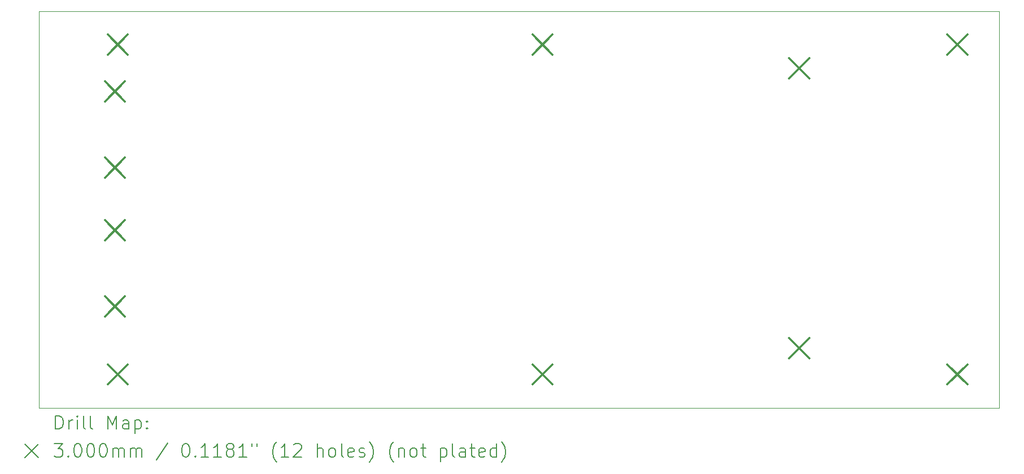
<source format=gbr>
%FSLAX45Y45*%
G04 Gerber Fmt 4.5, Leading zero omitted, Abs format (unit mm)*
G04 Created by KiCad (PCBNEW (6.0.4)) date 2022-06-20 19:16:07*
%MOMM*%
%LPD*%
G01*
G04 APERTURE LIST*
%TA.AperFunction,Profile*%
%ADD10C,0.100000*%
%TD*%
%ADD11C,0.200000*%
%ADD12C,0.300000*%
G04 APERTURE END LIST*
D10*
X20320000Y-12311350D02*
X5923280Y-12311350D01*
X5923280Y-6363950D01*
X20320000Y-6363950D01*
X20320000Y-12311350D01*
D11*
D12*
X6913589Y-9494880D02*
X7213589Y-9794880D01*
X7213589Y-9494880D02*
X6913589Y-9794880D01*
X6913589Y-10637880D02*
X7213589Y-10937880D01*
X7213589Y-10637880D02*
X6913589Y-10937880D01*
X6916289Y-7411580D02*
X7216289Y-7711580D01*
X7216289Y-7411580D02*
X6916289Y-7711580D01*
X6916289Y-8554580D02*
X7216289Y-8854580D01*
X7216289Y-8554580D02*
X6916289Y-8854580D01*
X6960000Y-6708000D02*
X7260000Y-7008000D01*
X7260000Y-6708000D02*
X6960000Y-7008000D01*
X6960000Y-11660000D02*
X7260000Y-11960000D01*
X7260000Y-11660000D02*
X6960000Y-11960000D01*
X13324700Y-6708000D02*
X13624700Y-7008000D01*
X13624700Y-6708000D02*
X13324700Y-7008000D01*
X13324700Y-11660000D02*
X13624700Y-11960000D01*
X13624700Y-11660000D02*
X13324700Y-11960000D01*
X17172800Y-7063600D02*
X17472800Y-7363600D01*
X17472800Y-7063600D02*
X17172800Y-7363600D01*
X17172800Y-11263600D02*
X17472800Y-11563600D01*
X17472800Y-11263600D02*
X17172800Y-11563600D01*
X19544450Y-6708000D02*
X19844450Y-7008000D01*
X19844450Y-6708000D02*
X19544450Y-7008000D01*
X19544450Y-11660000D02*
X19844450Y-11960000D01*
X19844450Y-11660000D02*
X19544450Y-11960000D01*
D11*
X6175899Y-12626826D02*
X6175899Y-12426826D01*
X6223518Y-12426826D01*
X6252089Y-12436350D01*
X6271137Y-12455397D01*
X6280661Y-12474445D01*
X6290185Y-12512540D01*
X6290185Y-12541112D01*
X6280661Y-12579207D01*
X6271137Y-12598255D01*
X6252089Y-12617302D01*
X6223518Y-12626826D01*
X6175899Y-12626826D01*
X6375899Y-12626826D02*
X6375899Y-12493493D01*
X6375899Y-12531588D02*
X6385423Y-12512540D01*
X6394947Y-12503016D01*
X6413994Y-12493493D01*
X6433042Y-12493493D01*
X6499708Y-12626826D02*
X6499708Y-12493493D01*
X6499708Y-12426826D02*
X6490185Y-12436350D01*
X6499708Y-12445874D01*
X6509232Y-12436350D01*
X6499708Y-12426826D01*
X6499708Y-12445874D01*
X6623518Y-12626826D02*
X6604470Y-12617302D01*
X6594947Y-12598255D01*
X6594947Y-12426826D01*
X6728280Y-12626826D02*
X6709232Y-12617302D01*
X6699708Y-12598255D01*
X6699708Y-12426826D01*
X6956851Y-12626826D02*
X6956851Y-12426826D01*
X7023518Y-12569683D01*
X7090185Y-12426826D01*
X7090185Y-12626826D01*
X7271137Y-12626826D02*
X7271137Y-12522064D01*
X7261613Y-12503016D01*
X7242566Y-12493493D01*
X7204470Y-12493493D01*
X7185423Y-12503016D01*
X7271137Y-12617302D02*
X7252089Y-12626826D01*
X7204470Y-12626826D01*
X7185423Y-12617302D01*
X7175899Y-12598255D01*
X7175899Y-12579207D01*
X7185423Y-12560159D01*
X7204470Y-12550636D01*
X7252089Y-12550636D01*
X7271137Y-12541112D01*
X7366375Y-12493493D02*
X7366375Y-12693493D01*
X7366375Y-12503016D02*
X7385423Y-12493493D01*
X7423518Y-12493493D01*
X7442566Y-12503016D01*
X7452089Y-12512540D01*
X7461613Y-12531588D01*
X7461613Y-12588731D01*
X7452089Y-12607778D01*
X7442566Y-12617302D01*
X7423518Y-12626826D01*
X7385423Y-12626826D01*
X7366375Y-12617302D01*
X7547328Y-12607778D02*
X7556851Y-12617302D01*
X7547328Y-12626826D01*
X7537804Y-12617302D01*
X7547328Y-12607778D01*
X7547328Y-12626826D01*
X7547328Y-12503016D02*
X7556851Y-12512540D01*
X7547328Y-12522064D01*
X7537804Y-12512540D01*
X7547328Y-12503016D01*
X7547328Y-12522064D01*
X5718280Y-12856350D02*
X5918280Y-13056350D01*
X5918280Y-12856350D02*
X5718280Y-13056350D01*
X6156851Y-12846826D02*
X6280661Y-12846826D01*
X6213994Y-12923016D01*
X6242566Y-12923016D01*
X6261613Y-12932540D01*
X6271137Y-12942064D01*
X6280661Y-12961112D01*
X6280661Y-13008731D01*
X6271137Y-13027778D01*
X6261613Y-13037302D01*
X6242566Y-13046826D01*
X6185423Y-13046826D01*
X6166375Y-13037302D01*
X6156851Y-13027778D01*
X6366375Y-13027778D02*
X6375899Y-13037302D01*
X6366375Y-13046826D01*
X6356851Y-13037302D01*
X6366375Y-13027778D01*
X6366375Y-13046826D01*
X6499708Y-12846826D02*
X6518756Y-12846826D01*
X6537804Y-12856350D01*
X6547328Y-12865874D01*
X6556851Y-12884921D01*
X6566375Y-12923016D01*
X6566375Y-12970636D01*
X6556851Y-13008731D01*
X6547328Y-13027778D01*
X6537804Y-13037302D01*
X6518756Y-13046826D01*
X6499708Y-13046826D01*
X6480661Y-13037302D01*
X6471137Y-13027778D01*
X6461613Y-13008731D01*
X6452089Y-12970636D01*
X6452089Y-12923016D01*
X6461613Y-12884921D01*
X6471137Y-12865874D01*
X6480661Y-12856350D01*
X6499708Y-12846826D01*
X6690185Y-12846826D02*
X6709232Y-12846826D01*
X6728280Y-12856350D01*
X6737804Y-12865874D01*
X6747328Y-12884921D01*
X6756851Y-12923016D01*
X6756851Y-12970636D01*
X6747328Y-13008731D01*
X6737804Y-13027778D01*
X6728280Y-13037302D01*
X6709232Y-13046826D01*
X6690185Y-13046826D01*
X6671137Y-13037302D01*
X6661613Y-13027778D01*
X6652089Y-13008731D01*
X6642566Y-12970636D01*
X6642566Y-12923016D01*
X6652089Y-12884921D01*
X6661613Y-12865874D01*
X6671137Y-12856350D01*
X6690185Y-12846826D01*
X6880661Y-12846826D02*
X6899708Y-12846826D01*
X6918756Y-12856350D01*
X6928280Y-12865874D01*
X6937804Y-12884921D01*
X6947328Y-12923016D01*
X6947328Y-12970636D01*
X6937804Y-13008731D01*
X6928280Y-13027778D01*
X6918756Y-13037302D01*
X6899708Y-13046826D01*
X6880661Y-13046826D01*
X6861613Y-13037302D01*
X6852089Y-13027778D01*
X6842566Y-13008731D01*
X6833042Y-12970636D01*
X6833042Y-12923016D01*
X6842566Y-12884921D01*
X6852089Y-12865874D01*
X6861613Y-12856350D01*
X6880661Y-12846826D01*
X7033042Y-13046826D02*
X7033042Y-12913493D01*
X7033042Y-12932540D02*
X7042566Y-12923016D01*
X7061613Y-12913493D01*
X7090185Y-12913493D01*
X7109232Y-12923016D01*
X7118756Y-12942064D01*
X7118756Y-13046826D01*
X7118756Y-12942064D02*
X7128280Y-12923016D01*
X7147328Y-12913493D01*
X7175899Y-12913493D01*
X7194947Y-12923016D01*
X7204470Y-12942064D01*
X7204470Y-13046826D01*
X7299708Y-13046826D02*
X7299708Y-12913493D01*
X7299708Y-12932540D02*
X7309232Y-12923016D01*
X7328280Y-12913493D01*
X7356851Y-12913493D01*
X7375899Y-12923016D01*
X7385423Y-12942064D01*
X7385423Y-13046826D01*
X7385423Y-12942064D02*
X7394947Y-12923016D01*
X7413994Y-12913493D01*
X7442566Y-12913493D01*
X7461613Y-12923016D01*
X7471137Y-12942064D01*
X7471137Y-13046826D01*
X7861613Y-12837302D02*
X7690185Y-13094445D01*
X8118756Y-12846826D02*
X8137804Y-12846826D01*
X8156851Y-12856350D01*
X8166375Y-12865874D01*
X8175899Y-12884921D01*
X8185423Y-12923016D01*
X8185423Y-12970636D01*
X8175899Y-13008731D01*
X8166375Y-13027778D01*
X8156851Y-13037302D01*
X8137804Y-13046826D01*
X8118756Y-13046826D01*
X8099708Y-13037302D01*
X8090185Y-13027778D01*
X8080661Y-13008731D01*
X8071137Y-12970636D01*
X8071137Y-12923016D01*
X8080661Y-12884921D01*
X8090185Y-12865874D01*
X8099708Y-12856350D01*
X8118756Y-12846826D01*
X8271137Y-13027778D02*
X8280661Y-13037302D01*
X8271137Y-13046826D01*
X8261613Y-13037302D01*
X8271137Y-13027778D01*
X8271137Y-13046826D01*
X8471137Y-13046826D02*
X8356851Y-13046826D01*
X8413994Y-13046826D02*
X8413994Y-12846826D01*
X8394947Y-12875397D01*
X8375899Y-12894445D01*
X8356851Y-12903969D01*
X8661613Y-13046826D02*
X8547328Y-13046826D01*
X8604470Y-13046826D02*
X8604470Y-12846826D01*
X8585423Y-12875397D01*
X8566375Y-12894445D01*
X8547328Y-12903969D01*
X8775899Y-12932540D02*
X8756851Y-12923016D01*
X8747328Y-12913493D01*
X8737804Y-12894445D01*
X8737804Y-12884921D01*
X8747328Y-12865874D01*
X8756851Y-12856350D01*
X8775899Y-12846826D01*
X8813994Y-12846826D01*
X8833042Y-12856350D01*
X8842566Y-12865874D01*
X8852090Y-12884921D01*
X8852090Y-12894445D01*
X8842566Y-12913493D01*
X8833042Y-12923016D01*
X8813994Y-12932540D01*
X8775899Y-12932540D01*
X8756851Y-12942064D01*
X8747328Y-12951588D01*
X8737804Y-12970636D01*
X8737804Y-13008731D01*
X8747328Y-13027778D01*
X8756851Y-13037302D01*
X8775899Y-13046826D01*
X8813994Y-13046826D01*
X8833042Y-13037302D01*
X8842566Y-13027778D01*
X8852090Y-13008731D01*
X8852090Y-12970636D01*
X8842566Y-12951588D01*
X8833042Y-12942064D01*
X8813994Y-12932540D01*
X9042566Y-13046826D02*
X8928280Y-13046826D01*
X8985423Y-13046826D02*
X8985423Y-12846826D01*
X8966375Y-12875397D01*
X8947328Y-12894445D01*
X8928280Y-12903969D01*
X9118756Y-12846826D02*
X9118756Y-12884921D01*
X9194947Y-12846826D02*
X9194947Y-12884921D01*
X9490185Y-13123016D02*
X9480661Y-13113493D01*
X9461613Y-13084921D01*
X9452090Y-13065874D01*
X9442566Y-13037302D01*
X9433042Y-12989683D01*
X9433042Y-12951588D01*
X9442566Y-12903969D01*
X9452090Y-12875397D01*
X9461613Y-12856350D01*
X9480661Y-12827778D01*
X9490185Y-12818255D01*
X9671137Y-13046826D02*
X9556851Y-13046826D01*
X9613994Y-13046826D02*
X9613994Y-12846826D01*
X9594947Y-12875397D01*
X9575899Y-12894445D01*
X9556851Y-12903969D01*
X9747328Y-12865874D02*
X9756851Y-12856350D01*
X9775899Y-12846826D01*
X9823518Y-12846826D01*
X9842566Y-12856350D01*
X9852090Y-12865874D01*
X9861613Y-12884921D01*
X9861613Y-12903969D01*
X9852090Y-12932540D01*
X9737804Y-13046826D01*
X9861613Y-13046826D01*
X10099709Y-13046826D02*
X10099709Y-12846826D01*
X10185423Y-13046826D02*
X10185423Y-12942064D01*
X10175899Y-12923016D01*
X10156851Y-12913493D01*
X10128280Y-12913493D01*
X10109232Y-12923016D01*
X10099709Y-12932540D01*
X10309232Y-13046826D02*
X10290185Y-13037302D01*
X10280661Y-13027778D01*
X10271137Y-13008731D01*
X10271137Y-12951588D01*
X10280661Y-12932540D01*
X10290185Y-12923016D01*
X10309232Y-12913493D01*
X10337804Y-12913493D01*
X10356851Y-12923016D01*
X10366375Y-12932540D01*
X10375899Y-12951588D01*
X10375899Y-13008731D01*
X10366375Y-13027778D01*
X10356851Y-13037302D01*
X10337804Y-13046826D01*
X10309232Y-13046826D01*
X10490185Y-13046826D02*
X10471137Y-13037302D01*
X10461613Y-13018255D01*
X10461613Y-12846826D01*
X10642566Y-13037302D02*
X10623518Y-13046826D01*
X10585423Y-13046826D01*
X10566375Y-13037302D01*
X10556851Y-13018255D01*
X10556851Y-12942064D01*
X10566375Y-12923016D01*
X10585423Y-12913493D01*
X10623518Y-12913493D01*
X10642566Y-12923016D01*
X10652090Y-12942064D01*
X10652090Y-12961112D01*
X10556851Y-12980159D01*
X10728280Y-13037302D02*
X10747328Y-13046826D01*
X10785423Y-13046826D01*
X10804470Y-13037302D01*
X10813994Y-13018255D01*
X10813994Y-13008731D01*
X10804470Y-12989683D01*
X10785423Y-12980159D01*
X10756851Y-12980159D01*
X10737804Y-12970636D01*
X10728280Y-12951588D01*
X10728280Y-12942064D01*
X10737804Y-12923016D01*
X10756851Y-12913493D01*
X10785423Y-12913493D01*
X10804470Y-12923016D01*
X10880661Y-13123016D02*
X10890185Y-13113493D01*
X10909232Y-13084921D01*
X10918756Y-13065874D01*
X10928280Y-13037302D01*
X10937804Y-12989683D01*
X10937804Y-12951588D01*
X10928280Y-12903969D01*
X10918756Y-12875397D01*
X10909232Y-12856350D01*
X10890185Y-12827778D01*
X10880661Y-12818255D01*
X11242566Y-13123016D02*
X11233042Y-13113493D01*
X11213994Y-13084921D01*
X11204470Y-13065874D01*
X11194947Y-13037302D01*
X11185423Y-12989683D01*
X11185423Y-12951588D01*
X11194947Y-12903969D01*
X11204470Y-12875397D01*
X11213994Y-12856350D01*
X11233042Y-12827778D01*
X11242566Y-12818255D01*
X11318756Y-12913493D02*
X11318756Y-13046826D01*
X11318756Y-12932540D02*
X11328280Y-12923016D01*
X11347328Y-12913493D01*
X11375899Y-12913493D01*
X11394947Y-12923016D01*
X11404470Y-12942064D01*
X11404470Y-13046826D01*
X11528280Y-13046826D02*
X11509232Y-13037302D01*
X11499708Y-13027778D01*
X11490185Y-13008731D01*
X11490185Y-12951588D01*
X11499708Y-12932540D01*
X11509232Y-12923016D01*
X11528280Y-12913493D01*
X11556851Y-12913493D01*
X11575899Y-12923016D01*
X11585423Y-12932540D01*
X11594947Y-12951588D01*
X11594947Y-13008731D01*
X11585423Y-13027778D01*
X11575899Y-13037302D01*
X11556851Y-13046826D01*
X11528280Y-13046826D01*
X11652089Y-12913493D02*
X11728280Y-12913493D01*
X11680661Y-12846826D02*
X11680661Y-13018255D01*
X11690185Y-13037302D01*
X11709232Y-13046826D01*
X11728280Y-13046826D01*
X11947328Y-12913493D02*
X11947328Y-13113493D01*
X11947328Y-12923016D02*
X11966375Y-12913493D01*
X12004470Y-12913493D01*
X12023518Y-12923016D01*
X12033042Y-12932540D01*
X12042566Y-12951588D01*
X12042566Y-13008731D01*
X12033042Y-13027778D01*
X12023518Y-13037302D01*
X12004470Y-13046826D01*
X11966375Y-13046826D01*
X11947328Y-13037302D01*
X12156851Y-13046826D02*
X12137804Y-13037302D01*
X12128280Y-13018255D01*
X12128280Y-12846826D01*
X12318756Y-13046826D02*
X12318756Y-12942064D01*
X12309232Y-12923016D01*
X12290185Y-12913493D01*
X12252089Y-12913493D01*
X12233042Y-12923016D01*
X12318756Y-13037302D02*
X12299708Y-13046826D01*
X12252089Y-13046826D01*
X12233042Y-13037302D01*
X12223518Y-13018255D01*
X12223518Y-12999207D01*
X12233042Y-12980159D01*
X12252089Y-12970636D01*
X12299708Y-12970636D01*
X12318756Y-12961112D01*
X12385423Y-12913493D02*
X12461613Y-12913493D01*
X12413994Y-12846826D02*
X12413994Y-13018255D01*
X12423518Y-13037302D01*
X12442566Y-13046826D01*
X12461613Y-13046826D01*
X12604470Y-13037302D02*
X12585423Y-13046826D01*
X12547328Y-13046826D01*
X12528280Y-13037302D01*
X12518756Y-13018255D01*
X12518756Y-12942064D01*
X12528280Y-12923016D01*
X12547328Y-12913493D01*
X12585423Y-12913493D01*
X12604470Y-12923016D01*
X12613994Y-12942064D01*
X12613994Y-12961112D01*
X12518756Y-12980159D01*
X12785423Y-13046826D02*
X12785423Y-12846826D01*
X12785423Y-13037302D02*
X12766375Y-13046826D01*
X12728280Y-13046826D01*
X12709232Y-13037302D01*
X12699708Y-13027778D01*
X12690185Y-13008731D01*
X12690185Y-12951588D01*
X12699708Y-12932540D01*
X12709232Y-12923016D01*
X12728280Y-12913493D01*
X12766375Y-12913493D01*
X12785423Y-12923016D01*
X12861613Y-13123016D02*
X12871137Y-13113493D01*
X12890185Y-13084921D01*
X12899708Y-13065874D01*
X12909232Y-13037302D01*
X12918756Y-12989683D01*
X12918756Y-12951588D01*
X12909232Y-12903969D01*
X12899708Y-12875397D01*
X12890185Y-12856350D01*
X12871137Y-12827778D01*
X12861613Y-12818255D01*
M02*

</source>
